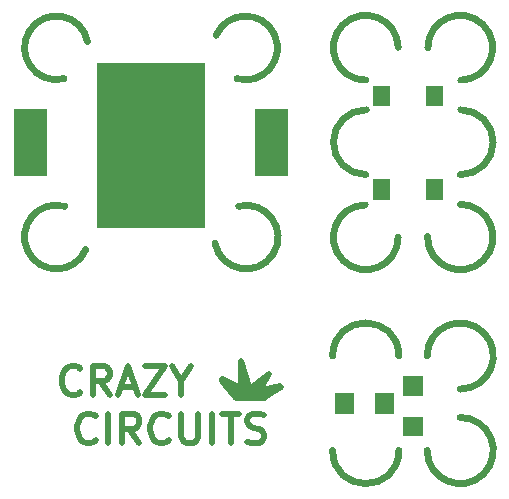
<source format=gts>
%TF.GenerationSoftware,KiCad,Pcbnew,4.0.5-e0-6337~49~ubuntu16.04.1*%
%TF.CreationDate,2017-07-06T19:13:04-07:00*%
%TF.ProjectId,SMTLimitLED-SMTButton-Battery,534D544C696D69744C45442D534D5442,1.0*%
%TF.FileFunction,Soldermask,Top*%
%FSLAX46Y46*%
G04 Gerber Fmt 4.6, Leading zero omitted, Abs format (unit mm)*
G04 Created by KiCad (PCBNEW 4.0.5-e0-6337~49~ubuntu16.04.1) date Thu Jul  6 19:13:04 2017*
%MOMM*%
%LPD*%
G01*
G04 APERTURE LIST*
%ADD10C,0.350000*%
%ADD11C,0.500000*%
%ADD12C,0.152400*%
%ADD13C,0.254000*%
%ADD14C,0.600000*%
G04 APERTURE END LIST*
D10*
D11*
X64124353Y-112434857D02*
X64005305Y-112553905D01*
X63648162Y-112672952D01*
X63410067Y-112672952D01*
X63052924Y-112553905D01*
X62814829Y-112315810D01*
X62695781Y-112077714D01*
X62576733Y-111601524D01*
X62576733Y-111244381D01*
X62695781Y-110768190D01*
X62814829Y-110530095D01*
X63052924Y-110292000D01*
X63410067Y-110172952D01*
X63648162Y-110172952D01*
X64005305Y-110292000D01*
X64124353Y-110411048D01*
X65195781Y-112672952D02*
X65195781Y-110172952D01*
X67814829Y-112672952D02*
X66981495Y-111482476D01*
X66386257Y-112672952D02*
X66386257Y-110172952D01*
X67338638Y-110172952D01*
X67576733Y-110292000D01*
X67695781Y-110411048D01*
X67814829Y-110649143D01*
X67814829Y-111006286D01*
X67695781Y-111244381D01*
X67576733Y-111363429D01*
X67338638Y-111482476D01*
X66386257Y-111482476D01*
X70314829Y-112434857D02*
X70195781Y-112553905D01*
X69838638Y-112672952D01*
X69600543Y-112672952D01*
X69243400Y-112553905D01*
X69005305Y-112315810D01*
X68886257Y-112077714D01*
X68767209Y-111601524D01*
X68767209Y-111244381D01*
X68886257Y-110768190D01*
X69005305Y-110530095D01*
X69243400Y-110292000D01*
X69600543Y-110172952D01*
X69838638Y-110172952D01*
X70195781Y-110292000D01*
X70314829Y-110411048D01*
X71386257Y-110172952D02*
X71386257Y-112196762D01*
X71505305Y-112434857D01*
X71624352Y-112553905D01*
X71862448Y-112672952D01*
X72338638Y-112672952D01*
X72576733Y-112553905D01*
X72695781Y-112434857D01*
X72814829Y-112196762D01*
X72814829Y-110172952D01*
X74005305Y-112672952D02*
X74005305Y-110172952D01*
X74838638Y-110172952D02*
X76267210Y-110172952D01*
X75552924Y-112672952D02*
X75552924Y-110172952D01*
X76981495Y-112553905D02*
X77338638Y-112672952D01*
X77933876Y-112672952D01*
X78171972Y-112553905D01*
X78291019Y-112434857D01*
X78410067Y-112196762D01*
X78410067Y-111958667D01*
X78291019Y-111720571D01*
X78171972Y-111601524D01*
X77933876Y-111482476D01*
X77457686Y-111363429D01*
X77219591Y-111244381D01*
X77100543Y-111125333D01*
X76981495Y-110887238D01*
X76981495Y-110649143D01*
X77100543Y-110411048D01*
X77219591Y-110292000D01*
X77457686Y-110172952D01*
X78052924Y-110172952D01*
X78410067Y-110292000D01*
X62823877Y-108384857D02*
X62704829Y-108503905D01*
X62347686Y-108622952D01*
X62109591Y-108622952D01*
X61752448Y-108503905D01*
X61514353Y-108265810D01*
X61395305Y-108027714D01*
X61276257Y-107551524D01*
X61276257Y-107194381D01*
X61395305Y-106718190D01*
X61514353Y-106480095D01*
X61752448Y-106242000D01*
X62109591Y-106122952D01*
X62347686Y-106122952D01*
X62704829Y-106242000D01*
X62823877Y-106361048D01*
X65323877Y-108622952D02*
X64490543Y-107432476D01*
X63895305Y-108622952D02*
X63895305Y-106122952D01*
X64847686Y-106122952D01*
X65085781Y-106242000D01*
X65204829Y-106361048D01*
X65323877Y-106599143D01*
X65323877Y-106956286D01*
X65204829Y-107194381D01*
X65085781Y-107313429D01*
X64847686Y-107432476D01*
X63895305Y-107432476D01*
X66276257Y-107908667D02*
X67466734Y-107908667D01*
X66038162Y-108622952D02*
X66871496Y-106122952D01*
X67704829Y-108622952D01*
X68300067Y-106122952D02*
X69966734Y-106122952D01*
X68300067Y-108622952D01*
X69966734Y-108622952D01*
X71395305Y-107432476D02*
X71395305Y-108622952D01*
X70561971Y-106122952D02*
X71395305Y-107432476D01*
X72228638Y-106122952D01*
X79833400Y-107882500D02*
X78333400Y-108882500D01*
D12*
X77994400Y-108928500D02*
X79327900Y-107976000D01*
X78946900Y-108103000D02*
X77994400Y-108928500D01*
X77867400Y-108865000D02*
X78946900Y-108103000D01*
X78756400Y-108166500D02*
X77867400Y-108865000D01*
X77613400Y-108928500D02*
X78756400Y-108166500D01*
X78438900Y-108293500D02*
X77613400Y-108928500D01*
X77486400Y-108865000D02*
X78438900Y-108293500D01*
X78248400Y-108293500D02*
X77486400Y-108865000D01*
X77486400Y-108738000D02*
X78248400Y-108293500D01*
X77994400Y-108293500D02*
X77486400Y-108738000D01*
X77422900Y-108611000D02*
X77994400Y-108293500D01*
X77994400Y-108103000D02*
X77422900Y-108611000D01*
X77994400Y-107976000D02*
X77359400Y-108484000D01*
X78121400Y-107785500D02*
X77295900Y-108357000D01*
X78121400Y-107658500D02*
X77295900Y-108230000D01*
D11*
X76033400Y-108882500D02*
X74833400Y-107382500D01*
X78433400Y-108882500D02*
X76064900Y-108882500D01*
D12*
X79772400Y-107849000D02*
X78184900Y-108992000D01*
D11*
X77994400Y-108293500D02*
X79772400Y-107849000D01*
X78833400Y-106782500D02*
X77994400Y-108293500D01*
X77232400Y-108103000D02*
X78833400Y-106782500D01*
X76433400Y-105682500D02*
X77232400Y-108166500D01*
X76470400Y-108039500D02*
X76433400Y-105782500D01*
X74833400Y-107282500D02*
X76470400Y-108039500D01*
D12*
X76216400Y-108992000D02*
X75390900Y-107785500D01*
D11*
X76470400Y-108865000D02*
X75835400Y-107976000D01*
D13*
X76660900Y-108865000D02*
X76089400Y-108039500D01*
X76787900Y-108865000D02*
X76343400Y-108103000D01*
X77041900Y-108865000D02*
X76597400Y-108039500D01*
X77232400Y-108865000D02*
X76660900Y-107785500D01*
X77422900Y-108865000D02*
X76533900Y-107150500D01*
X76597400Y-107849000D02*
X76533900Y-107023500D01*
D14*
X84200000Y-113300000D02*
G75*
G03X89800000Y-113300000I2800000J0D01*
G01*
X92200000Y-113300000D02*
G75*
G03X95000000Y-110500000I2800000J0D01*
G01*
X95000000Y-108100000D02*
G75*
G03X92200000Y-105300000I0J2800000D01*
G01*
X89800000Y-105300000D02*
G75*
G03X84200000Y-105300000I-2800000J0D01*
G01*
X61524224Y-92615642D02*
G75*
G03X63289900Y-96301500I-710824J-2606358D01*
G01*
X63450762Y-78679816D02*
G75*
G03X61448400Y-81823500I-2640220J-527860D01*
G01*
X74241538Y-95762184D02*
G75*
G03X76243900Y-92618500I2640220J527860D01*
G01*
X76104576Y-81826358D02*
G75*
G03X74338900Y-78140500I710824J2606358D01*
G01*
X92235081Y-95180474D02*
G75*
G03X95028800Y-92458800I2768319J-46926D01*
G01*
X86950792Y-92505766D02*
G75*
G03X89745206Y-95248488I51214J-2742722D01*
G01*
X87048494Y-84458194D02*
G75*
G03X87002006Y-89944200I-46488J-2742806D01*
G01*
X89744849Y-79155772D02*
G75*
G03X87002006Y-81943200I-2742843J-44228D01*
G01*
X95054614Y-81942722D02*
G75*
G03X92260200Y-79200000I-51214J2742722D01*
G01*
X95003400Y-89944200D02*
G75*
G03X95049888Y-84458194I46488J2742806D01*
G01*
D10*
G36*
X91876200Y-112086200D02*
X90123800Y-112086200D01*
X90123800Y-110433800D01*
X91876200Y-110433800D01*
X91876200Y-112086200D01*
X91876200Y-112086200D01*
G37*
G36*
X89436200Y-110176200D02*
X87783800Y-110176200D01*
X87783800Y-108423800D01*
X89436200Y-108423800D01*
X89436200Y-110176200D01*
X89436200Y-110176200D01*
G37*
G36*
X86016200Y-110176200D02*
X84363800Y-110176200D01*
X84363800Y-108423800D01*
X86016200Y-108423800D01*
X86016200Y-110176200D01*
X86016200Y-110176200D01*
G37*
G36*
X91876200Y-108666200D02*
X90123800Y-108666200D01*
X90123800Y-107013800D01*
X91876200Y-107013800D01*
X91876200Y-108666200D01*
X91876200Y-108666200D01*
G37*
G36*
X73385600Y-94452200D02*
X64233200Y-94452200D01*
X64233200Y-80499800D01*
X73385600Y-80499800D01*
X73385600Y-94452200D01*
X73385600Y-94452200D01*
G37*
G36*
X89029600Y-92053200D02*
X87577200Y-92053200D01*
X87577200Y-90350800D01*
X89029600Y-90350800D01*
X89029600Y-92053200D01*
X89029600Y-92053200D01*
G37*
G36*
X93529600Y-92053200D02*
X92077200Y-92053200D01*
X92077200Y-90350800D01*
X93529600Y-90350800D01*
X93529600Y-92053200D01*
X93529600Y-92053200D01*
G37*
G36*
X80389600Y-90078200D02*
X77637200Y-90078200D01*
X77637200Y-84365800D01*
X80389600Y-84365800D01*
X80389600Y-90078200D01*
X80389600Y-90078200D01*
G37*
G36*
X59989600Y-90078200D02*
X57237200Y-90078200D01*
X57237200Y-84365800D01*
X59989600Y-84365800D01*
X59989600Y-90078200D01*
X59989600Y-90078200D01*
G37*
G36*
X89029600Y-84103200D02*
X87577200Y-84103200D01*
X87577200Y-82400800D01*
X89029600Y-82400800D01*
X89029600Y-84103200D01*
X89029600Y-84103200D01*
G37*
G36*
X93529600Y-84103200D02*
X92077200Y-84103200D01*
X92077200Y-82400800D01*
X93529600Y-82400800D01*
X93529600Y-84103200D01*
X93529600Y-84103200D01*
G37*
M02*

</source>
